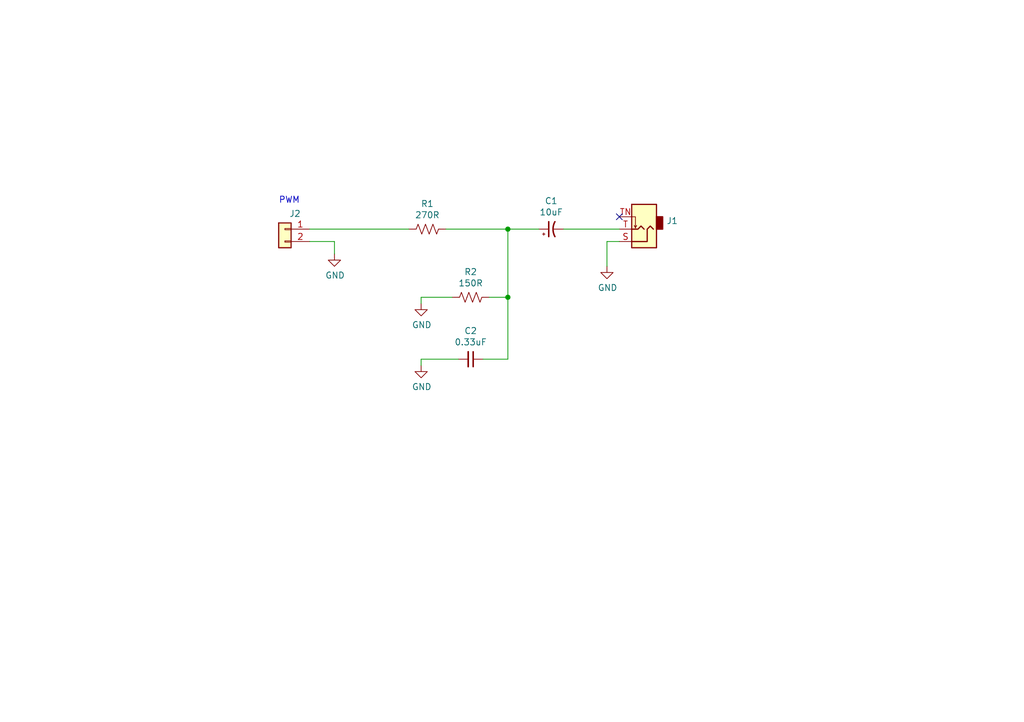
<source format=kicad_sch>
(kicad_sch (version 20230121) (generator eeschema)
  (paper "User" 210.007 148.006)
  (title_block (title "Raspberry Pi Zero Mono Audio Output") (date "2019-04-20") (rev "1.0") (company "Joe Miragliuolo") (comment 1 "(http://www.tinkernut.com/2017/04/adding-audio-output-raspberry-pi-zero-tinkernut-workbench/)") (comment 2 "Based on a circuit from Tinkernut"))
  (lib_symbols
    (symbol "Connector_Audio:AudioJack2_SwitchT"
      (property "Reference" "J" (at 0 8.89 0))
      (property "Value" "AudioJack2_SwitchT" (at 0 6.35 0))
      (symbol "AudioJack2_SwitchT_0_1"
        (rectangle (start -2.54 0) (end -3.81 -2.54) (stroke (width 0.254)) (fill (type outline)))
        (polyline (pts (xy 1.778 -0.254) (xy 2.032 -0.762)))
        (polyline (pts (xy 0 0) (xy 0.635 -0.635) (xy 1.27 0) (xy 2.54 0)) (stroke (width 0.254)))
        (polyline (pts (xy 2.54 -2.54) (xy 1.778 -2.54) (xy 1.778 -0.254) (xy 1.524 -0.762)))
        (polyline (pts (xy 2.54 2.54) (xy -0.635 2.54) (xy -0.635 0) (xy -1.27 -0.635) (xy -1.905 0)) (stroke (width 0.254)))
        (rectangle (start 2.54 3.81) (end -2.54 -5.08) (stroke (width 0.254)) (fill (type background)))
      )
      (symbol "AudioJack2_SwitchT_1_1"
        (pin passive line (at 5.08 2.54 180) (length 2.54) (name "~") (number "S"))
        (pin passive line (at 5.08 0 180) (length 2.54) (name "~") (number "T"))
        (pin passive line (at 5.08 -2.54 180) (length 2.54) (name "~") (number "TN"))
      )
    )
    (symbol "Connector_Generic:Conn_01x02" (pin_names (offset 1.016) hide)
      (property "Reference" "J" (at 0 2.54 0))
      (property "Value" "Conn_01x02" (at 0 -5.08 0))
      (symbol "Conn_01x02_1_1"
        (rectangle (start -1.27 -2.413) (end 0 -2.667) (stroke (width 0.1524)))
        (rectangle (start -1.27 0.127) (end 0 -0.127) (stroke (width 0.1524)))
        (rectangle (start -1.27 1.27) (end 1.27 -3.81) (stroke (width 0.254)) (fill (type background)))
        (pin passive line (at -5.08 0 0) (length 3.81) (name "Pin_1") (number "1"))
        (pin passive line (at -5.08 -2.54 0) (length 3.81) (name "Pin_2") (number "2"))
      )
    )
    (symbol "Device:C_Polarized_Small_US" (pin_numbers hide) (pin_names (offset 0.254) hide)
      (property "Reference" "C" (at 0.254 1.778 0))
      (property "Value" "C_Polarized_Small_US" (at 0.254 -2.032 0))
      (symbol "C_Polarized_Small_US_0_1"
        (polyline (pts (xy -1.524 0.508) (xy 1.524 0.508)) (stroke (width 0.3048)))
        (polyline (pts (xy -1.27 1.524) (xy -0.762 1.524)))
        (polyline (pts (xy -1.016 1.27) (xy -1.016 1.778)))
        (arc (start 1.524 -0.762) (mid 0 -0.3734) (end -1.524 -0.762) (stroke (width 0.3048)))
      )
      (symbol "C_Polarized_Small_US_1_1"
        (pin passive line (at 0 2.54 270) (length 2.032) (name "~") (number "1"))
        (pin passive line (at 0 -2.54 90) (length 2.032) (name "~") (number "2"))
      )
    )
    (symbol "Device:C_Small" (pin_numbers hide) (pin_names (offset 0.254) hide)
      (property "Reference" "C" (at 0.254 1.778 0))
      (property "Value" "C_Small" (at 0.254 -2.032 0))
      (symbol "C_Small_0_1"
        (polyline (pts (xy -1.524 -0.508) (xy 1.524 -0.508)) (stroke (width 0.3302)))
        (polyline (pts (xy -1.524 0.508) (xy 1.524 0.508)) (stroke (width 0.3048)))
      )
      (symbol "C_Small_1_1"
        (pin passive line (at 0 2.54 270) (length 2.032) (name "~") (number "1"))
        (pin passive line (at 0 -2.54 90) (length 2.032) (name "~") (number "2"))
      )
    )
    (symbol "Device:R_US" (pin_numbers hide) (pin_names (offset 0))
      (property "Reference" "R" (at 2.54 0 90))
      (property "Value" "R_US" (at -2.54 0 90))
      (symbol "R_US_0_1"
        (polyline (pts (xy 0 -2.286) (xy 0 -2.54)))
        (polyline (pts (xy 0 2.286) (xy 0 2.54)))
        (polyline (pts (xy 0 -0.762) (xy 1.016 -1.143) (xy 0 -1.524) (xy -1.016 -1.905) (xy 0 -2.286)))
        (polyline (pts (xy 0 0.762) (xy 1.016 0.381) (xy 0 0) (xy -1.016 -0.381) (xy 0 -0.762)))
        (polyline (pts (xy 0 2.286) (xy 1.016 1.905) (xy 0 1.524) (xy -1.016 1.143) (xy 0 0.762)))
      )
      (symbol "R_US_1_1"
        (pin passive line (at 0 3.81 270) (length 1.27) (name "~") (number "1"))
        (pin passive line (at 0 -3.81 90) (length 1.27) (name "~") (number "2"))
      )
    )
    (symbol "power:GND" (power) (pin_names (offset 0))
      (property "Value" "GND" (at 0 -3.81 0))
      (symbol "GND_0_1"
        (polyline (pts (xy 0 0) (xy 0 -1.27) (xy 1.27 -1.27) (xy 0 -2.54) (xy -1.27 -1.27) (xy 0 -1.27)))
      )
      (symbol "GND_1_1"
        (pin power_in line (at 0 0 270) (length 0) hide (name "GND") (number "1"))
      )
    )
  )
  (junction (at 104.14 46.99))
  (junction (at 104.14 60.96))
  (no_connect (at 127 44.45))
  (wire (pts (xy 63.5 46.99) (xy 83.82 46.99)))
  (wire (pts (xy 100.33 60.96) (xy 104.14 60.96)))
  (wire (pts (xy 127 49.53) (xy 124.46 49.53)))
  (wire (pts (xy 91.44 46.99) (xy 104.14 46.99)))
  (wire (pts (xy 86.36 73.66) (xy 86.36 74.93)))
  (wire (pts (xy 99.06 73.66) (xy 104.14 73.66)))
  (wire (pts (xy 104.14 60.96) (xy 104.14 46.99)))
  (wire (pts (xy 92.71 60.96) (xy 86.36 60.96)))
  (wire (pts (xy 86.36 60.96) (xy 86.36 62.23)))
  (wire (pts (xy 104.14 73.66) (xy 104.14 60.96)))
  (wire (pts (xy 63.5 49.53) (xy 68.58 49.53)))
  (wire (pts (xy 104.14 46.99) (xy 110.49 46.99)))
  (wire (pts (xy 93.98 73.66) (xy 86.36 73.66)))
  (wire (pts (xy 68.58 49.53) (xy 68.58 52.07)))
  (wire (pts (xy 124.46 49.53) (xy 124.46 54.61)))
  (wire (pts (xy 115.57 46.99) (xy 127 46.99)))
  (text "PWM" (at 57.15 41.91 0) (effects (font (size 1.27 1.27)) (justify left bottom)))
  (symbol (lib_id "Device:R_US") (at 87.63 46.99 270) (unit 1)
    (property "Reference" "R1" (at 87.63 41.783 90))
    (property "Value" "270R" (at 87.63 44.0944 90))
    (property "Footprint" "Resistor_THT:R_Axial_DIN0207_L6.3mm_D2.5mm_P7.62mm_Horizontal" (effects hide))
  )
  (symbol (lib_id "Device:R_US") (at 96.52 60.96 270) (unit 1)
    (property "Reference" "R2" (at 96.52 55.753 90))
    (property "Value" "150R" (at 96.52 58.0644 90))
    (property "Footprint" "Resistor_THT:R_Axial_DIN0207_L6.3mm_D2.5mm_P7.62mm_Horizontal" (effects hide))
  )
  (symbol (lib_id "Device:C_Small") (at 96.52 73.66 270) (unit 1)
    (property "Reference" "C2" (at 96.52 67.8434 90))
    (property "Value" "0.33uF" (at 96.52 70.1548 90))
    (property "Footprint" "Capacitor_THT:C_Disc_D5.0mm_W2.5mm_P5.00mm" (effects hide))
  )
  (symbol (lib_id "Device:C_Polarized_Small_US") (at 113.03 46.99 90) (unit 1)
    (property "Reference" "C1" (at 113.03 41.1988 90))
    (property "Value" "10uF" (at 113.03 43.5102 90))
    (property "Footprint" "Capacitor_THT:CP_Radial_D5.0mm_P2.50mm" (effects hide))
  )
  (symbol (lib_id "Connector_Audio:AudioJack2_SwitchT") (at 132.08 46.99 180) (unit 1)
    (property "Reference" "J1" (at 136.652 45.2882 0) (effects (justify right)))
    (property "Value" "AudioJack2_SwitchT" (effects hide))
    (property "Footprint" "jwm_kicad_footprints_misc:Jack_3.5mm_QingPu_WQP-PJ302M_Horizontal" (effects hide))
  )
  (symbol (lib_id "power:GND") (at 86.36 74.93 0) (unit 1)
    (property "Reference" "#PWR0101" (effects hide))
    (property "Value" "GND" (at 86.487 79.3242 0))
  )
  (symbol (lib_id "power:GND") (at 86.36 62.23 0) (unit 1)
    (property "Reference" "#PWR0102" (effects hide))
    (property "Value" "GND" (at 86.487 66.6242 0))
  )
  (symbol (lib_id "power:GND") (at 124.46 54.61 0) (unit 1)
    (property "Reference" "#PWR0103" (effects hide))
    (property "Value" "GND" (at 124.587 59.0042 0))
  )
  (symbol (lib_id "Connector_Generic:Conn_01x02") (at 58.42 46.99 0) (mirror y) (unit 1)
    (property "Reference" "J2" (at 60.5028 43.815 0))
    (property "Value" "Conn_01x02" (effects hide))
    (property "Footprint" "Connector_PinHeader_2.54mm:PinHeader_1x02_P2.54mm_Vertical" (effects hide))
  )
  (symbol (lib_id "power:GND") (at 68.58 52.07 0) (unit 1)
    (property "Reference" "#PWR0104" (effects hide))
    (property "Value" "GND" (at 68.707 56.4642 0))
  )
)
</source>
